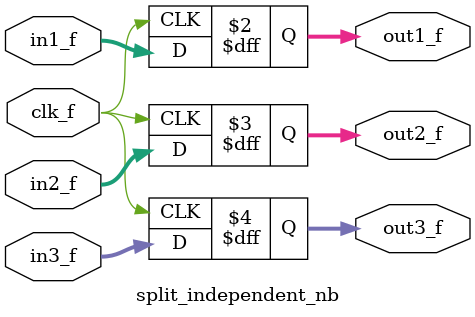
<source format=sv>
module split_independent_nb (
    input logic clk_f,
    input logic [7:0] in1_f,
    input logic [7:0] in2_f,
    input logic [7:0] in3_f,
    output logic [7:0] out1_f,
    output logic [7:0] out2_f,
    output logic [7:0] out3_f
);
    always @(posedge clk_f) begin
        out1_f <= in1_f;
        out2_f <= in2_f;
        out3_f <= in3_f;
    end
endmodule


</source>
